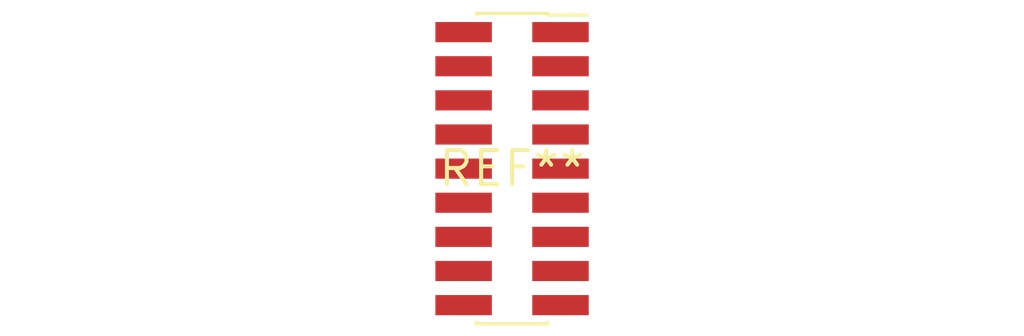
<source format=kicad_pcb>
(kicad_pcb (version 20240108) (generator pcbnew)
  (layers (0 "F.Cu" signal) (31 "B.Cu" signal) (34 "B.Paste" user) (35 "F.Paste" user) (36 "B.SilkS" user "B.Silkscreen") (37 "F.SilkS" user "F.Silkscreen") (38 "B.Mask" user) (39 "F.Mask" user) (44 "Edge.Cuts" user))
  (net 0 "")
  (footprint "PinSocket_2x09_P1.27mm_Vertical_SMD" (layer "F.Cu") (at 0 0)
    (property "Reference" "REF**")
    (property "Value" "PinSocket_2x09_P1.27mm_Vertical_SMD")
    (fp_line (start -1.33 -5.775) (end -1.33 -5.715) (layer "F.SilkS") (stroke (width 0.12)))
    (fp_line (start -1.33 -5.775) (end 1.33 -5.775) (layer "F.SilkS") (stroke (width 0.12)))
    (fp_line (start -1.33 5.715) (end -1.33 5.775) (layer "F.SilkS") (stroke (width 0.12)))
    (fp_line (start -1.33 5.775) (end 1.33 5.775) (layer "F.SilkS") (stroke (width 0.12)))
    (fp_line (start 1.33 -5.775) (end 1.33 -5.715) (layer "F.SilkS") (stroke (width 0.12)))
    (fp_line (start 1.33 -5.715) (end 2.79 -5.715) (layer "F.SilkS") (stroke (width 0.12)))
    (fp_line (start 1.33 5.715) (end 1.33 5.775) (layer "F.SilkS") (stroke (width 0.12)))
    (pad "1" smd rect (at 1.8 -5.08) (size 2.1 0.75) (layers "F.Cu" "F.Paste" "F.Mask"))
    (pad "2" smd rect (at -1.8 -5.08) (size 2.1 0.75) (layers "F.Cu" "F.Paste" "F.Mask"))
    (pad "3" smd rect (at 1.8 -3.81) (size 2.1 0.75) (layers "F.Cu" "F.Paste" "F.Mask"))
    (pad "4" smd rect (at -1.8 -3.81) (size 2.1 0.75) (layers "F.Cu" "F.Paste" "F.Mask"))
    (pad "5" smd rect (at 1.8 -2.54) (size 2.1 0.75) (layers "F.Cu" "F.Paste" "F.Mask"))
    (pad "6" smd rect (at -1.8 -2.54) (size 2.1 0.75) (layers "F.Cu" "F.Paste" "F.Mask"))
    (pad "7" smd rect (at 1.8 -1.27) (size 2.1 0.75) (layers "F.Cu" "F.Paste" "F.Mask"))
    (pad "8" smd rect (at -1.8 -1.27) (size 2.1 0.75) (layers "F.Cu" "F.Paste" "F.Mask"))
    (pad "9" smd rect (at 1.8 0) (size 2.1 0.75) (layers "F.Cu" "F.Paste" "F.Mask"))
    (pad "10" smd rect (at -1.8 0) (size 2.1 0.75) (layers "F.Cu" "F.Paste" "F.Mask"))
    (pad "11" smd rect (at 1.8 1.27) (size 2.1 0.75) (layers "F.Cu" "F.Paste" "F.Mask"))
    (pad "12" smd rect (at -1.8 1.27) (size 2.1 0.75) (layers "F.Cu" "F.Paste" "F.Mask"))
    (pad "13" smd rect (at 1.8 2.54) (size 2.1 0.75) (layers "F.Cu" "F.Paste" "F.Mask"))
    (pad "14" smd rect (at -1.8 2.54) (size 2.1 0.75) (layers "F.Cu" "F.Paste" "F.Mask"))
    (pad "15" smd rect (at 1.8 3.81) (size 2.1 0.75) (layers "F.Cu" "F.Paste" "F.Mask"))
    (pad "16" smd rect (at -1.8 3.81) (size 2.1 0.75) (layers "F.Cu" "F.Paste" "F.Mask"))
    (pad "17" smd rect (at 1.8 5.08) (size 2.1 0.75) (layers "F.Cu" "F.Paste" "F.Mask"))
    (pad "18" smd rect (at -1.8 5.08) (size 2.1 0.75) (layers "F.Cu" "F.Paste" "F.Mask"))
  )
)
</source>
